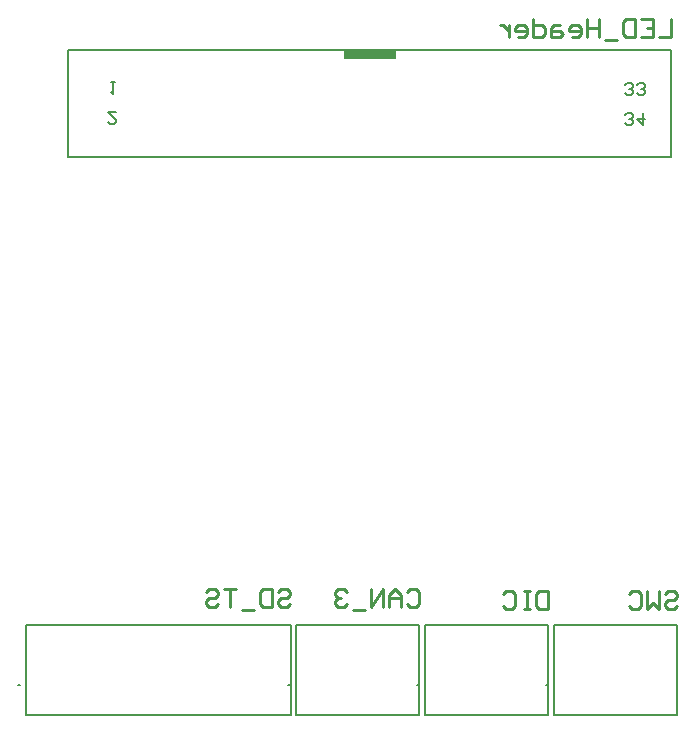
<source format=gbo>
G04*
G04 #@! TF.GenerationSoftware,Altium Limited,Altium Designer,23.8.1 (32)*
G04*
G04 Layer_Color=32896*
%FSLAX25Y25*%
%MOIN*%
G70*
G04*
G04 #@! TF.SameCoordinates,BF2EEF1A-6A82-4CD2-B880-65E340770DF0*
G04*
G04*
G04 #@! TF.FilePolarity,Positive*
G04*
G01*
G75*
%ADD13C,0.00787*%
%ADD15C,0.01000*%
%ADD16C,0.00600*%
%ADD64R,0.17717X0.03150*%
D13*
X115748Y50394D02*
X114961D01*
X115748D01*
X291732D02*
X290945D01*
X291732D01*
X248819D02*
X248031D01*
X248819D01*
X205906D02*
X205118D01*
X205906D01*
X131811Y226378D02*
Y261811D01*
X332756D01*
X131811Y226378D02*
X332756D01*
Y261811D01*
X205906Y40157D02*
Y70197D01*
X117717D02*
X205906D01*
X117717Y40157D02*
X205906D01*
X117717D02*
Y70197D01*
X334646Y40157D02*
Y70197D01*
X293701D02*
X334646D01*
X293701Y40157D02*
X334646D01*
X293701D02*
Y70197D01*
X291732Y40157D02*
Y70197D01*
X250787D02*
X291732D01*
X250787Y40157D02*
X291732D01*
X250787D02*
Y70197D01*
X248819Y40157D02*
Y70197D01*
X207874D02*
X248819D01*
X207874Y40157D02*
X248819D01*
X207874D02*
Y70197D01*
D15*
X330574Y80739D02*
X331573Y81739D01*
X333573D01*
X334572Y80739D01*
Y79740D01*
X333573Y78740D01*
X331573D01*
X330574Y77741D01*
Y76741D01*
X331573Y75741D01*
X333573D01*
X334572Y76741D01*
X328574Y81739D02*
Y75741D01*
X326575Y77741D01*
X324575Y75741D01*
Y81739D01*
X318577Y80739D02*
X319577Y81739D01*
X321576D01*
X322576Y80739D01*
Y76741D01*
X321576Y75741D01*
X319577D01*
X318577Y76741D01*
X201729Y81239D02*
X202729Y82239D01*
X204728D01*
X205728Y81239D01*
Y80240D01*
X204728Y79240D01*
X202729D01*
X201729Y78240D01*
Y77241D01*
X202729Y76241D01*
X204728D01*
X205728Y77241D01*
X199730Y82239D02*
Y76241D01*
X196731D01*
X195731Y77241D01*
Y81239D01*
X196731Y82239D01*
X199730D01*
X193732Y75241D02*
X189733D01*
X187734Y82239D02*
X183735D01*
X185734D01*
Y76241D01*
X177737Y81239D02*
X178736Y82239D01*
X180736D01*
X181736Y81239D01*
Y80240D01*
X180736Y79240D01*
X178736D01*
X177737Y78240D01*
Y77241D01*
X178736Y76241D01*
X180736D01*
X181736Y77241D01*
X291631Y81739D02*
Y75741D01*
X288632D01*
X287633Y76741D01*
Y80739D01*
X288632Y81739D01*
X291631D01*
X285633D02*
X283634D01*
X284634D01*
Y75741D01*
X285633D01*
X283634D01*
X276636Y80739D02*
X277636Y81739D01*
X279635D01*
X280635Y80739D01*
Y76741D01*
X279635Y75741D01*
X277636D01*
X276636Y76741D01*
X244721Y81239D02*
X245721Y82239D01*
X247720D01*
X248720Y81239D01*
Y77241D01*
X247720Y76241D01*
X245721D01*
X244721Y77241D01*
X242722Y76241D02*
Y80240D01*
X240722Y82239D01*
X238723Y80240D01*
Y76241D01*
Y79240D01*
X242722D01*
X236724Y76241D02*
Y82239D01*
X232725Y76241D01*
Y82239D01*
X230726Y75241D02*
X226727D01*
X224728Y81239D02*
X223728Y82239D01*
X221729D01*
X220729Y81239D01*
Y80240D01*
X221729Y79240D01*
X222728D01*
X221729D01*
X220729Y78240D01*
Y77241D01*
X221729Y76241D01*
X223728D01*
X224728Y77241D01*
X332600Y272396D02*
Y266399D01*
X328601D01*
X322603Y272396D02*
X326602D01*
Y266399D01*
X322603D01*
X326602Y269397D02*
X324603D01*
X320604Y272396D02*
Y266399D01*
X317605D01*
X316605Y267398D01*
Y271397D01*
X317605Y272396D01*
X320604D01*
X314606Y265399D02*
X310607D01*
X308608Y272396D02*
Y266399D01*
Y269397D01*
X304609D01*
Y272396D01*
Y266399D01*
X299611D02*
X301610D01*
X302610Y267398D01*
Y269397D01*
X301610Y270397D01*
X299611D01*
X298611Y269397D01*
Y268398D01*
X302610D01*
X295612Y270397D02*
X293613D01*
X292613Y269397D01*
Y266399D01*
X295612D01*
X296612Y267398D01*
X295612Y268398D01*
X292613D01*
X286615Y272396D02*
Y266399D01*
X289614D01*
X290614Y267398D01*
Y269397D01*
X289614Y270397D01*
X286615D01*
X281616Y266399D02*
X283616D01*
X284615Y267398D01*
Y269397D01*
X283616Y270397D01*
X281616D01*
X280617Y269397D01*
Y268398D01*
X284615D01*
X278618Y270397D02*
Y266399D01*
Y268398D01*
X277618Y269397D01*
X276618Y270397D01*
X275618D01*
D16*
X317244Y247613D02*
X317911Y246946D01*
X319243D01*
X319910Y247613D01*
Y248279D01*
X319243Y248945D01*
X318577D01*
X319243D01*
X319910Y249612D01*
Y250278D01*
X319243Y250945D01*
X317911D01*
X317244Y250278D01*
X321243Y247613D02*
X321909Y246946D01*
X323242D01*
X323909Y247613D01*
Y248279D01*
X323242Y248945D01*
X322576D01*
X323242D01*
X323909Y249612D01*
Y250278D01*
X323242Y250945D01*
X321909D01*
X321243Y250278D01*
X317244Y237613D02*
X317911Y236946D01*
X319243D01*
X319910Y237613D01*
Y238279D01*
X319243Y238946D01*
X318577D01*
X319243D01*
X319910Y239612D01*
Y240278D01*
X319243Y240945D01*
X317911D01*
X317244Y240278D01*
X323242Y240945D02*
Y236946D01*
X321243Y238946D01*
X323909D01*
X147626Y241181D02*
X144961D01*
X147626Y238515D01*
Y237849D01*
X146960Y237182D01*
X145627D01*
X144961Y237849D01*
X146142Y251181D02*
X147475D01*
X146808D01*
Y247182D01*
X146142Y247849D01*
D64*
X232284Y260236D02*
D03*
M02*

</source>
